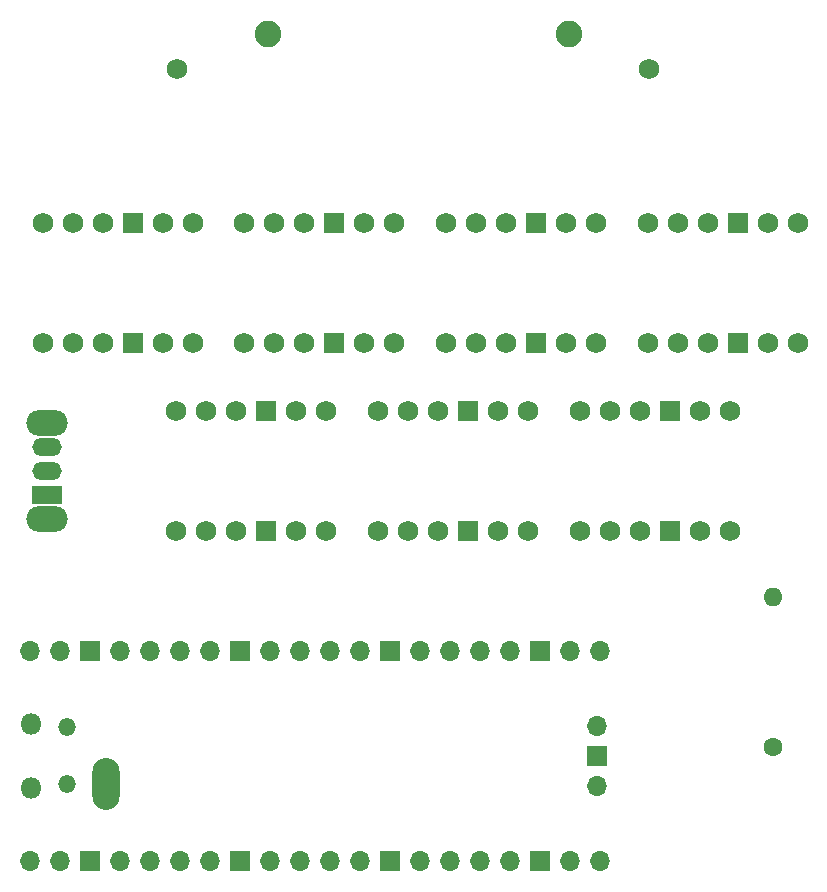
<source format=gbr>
%TF.GenerationSoftware,KiCad,Pcbnew,8.0.1*%
%TF.CreationDate,2024-04-15T13:22:49+02:00*%
%TF.ProjectId,shawazu-gb-dumper,73686177-617a-4752-9d67-622d64756d70,rev?*%
%TF.SameCoordinates,Original*%
%TF.FileFunction,Soldermask,Bot*%
%TF.FilePolarity,Negative*%
%FSLAX46Y46*%
G04 Gerber Fmt 4.6, Leading zero omitted, Abs format (unit mm)*
G04 Created by KiCad (PCBNEW 8.0.1) date 2024-04-15 13:22:49*
%MOMM*%
%LPD*%
G01*
G04 APERTURE LIST*
G04 Aperture macros list*
%AMRoundRect*
0 Rectangle with rounded corners*
0 $1 Rounding radius*
0 $2 $3 $4 $5 $6 $7 $8 $9 X,Y pos of 4 corners*
0 Add a 4 corners polygon primitive as box body*
4,1,4,$2,$3,$4,$5,$6,$7,$8,$9,$2,$3,0*
0 Add four circle primitives for the rounded corners*
1,1,$1+$1,$2,$3*
1,1,$1+$1,$4,$5*
1,1,$1+$1,$6,$7*
1,1,$1+$1,$8,$9*
0 Add four rect primitives between the rounded corners*
20,1,$1+$1,$2,$3,$4,$5,0*
20,1,$1+$1,$4,$5,$6,$7,0*
20,1,$1+$1,$6,$7,$8,$9,0*
20,1,$1+$1,$8,$9,$2,$3,0*%
G04 Aperture macros list end*
%ADD10C,1.750000*%
%ADD11C,2.250000*%
%ADD12RoundRect,0.102000X0.762000X-0.762000X0.762000X0.762000X-0.762000X0.762000X-0.762000X-0.762000X0*%
%ADD13C,1.728000*%
%ADD14O,2.300000X4.400000*%
%ADD15O,1.800000X1.800000*%
%ADD16O,1.500000X1.500000*%
%ADD17O,1.700000X1.700000*%
%ADD18R,1.700000X1.700000*%
%ADD19C,1.600000*%
%ADD20O,1.600000X1.600000*%
%ADD21O,3.500000X2.200000*%
%ADD22R,2.500000X1.500000*%
%ADD23O,2.500000X1.500000*%
G04 APERTURE END LIST*
D10*
%TO.C,J1*%
X159500000Y-41500000D03*
D11*
X152750000Y-38500000D03*
X127250000Y-38500000D03*
D10*
X119500000Y-41500000D03*
%TD*%
D12*
%TO.C,U1*%
X115770000Y-54500000D03*
X115770000Y-64660000D03*
D13*
X113230000Y-54500000D03*
X108150000Y-54500000D03*
X110690000Y-54500000D03*
X118310000Y-54500000D03*
X120850000Y-54500000D03*
X113230000Y-64660000D03*
X108150000Y-64660000D03*
X110690000Y-64660000D03*
X118310000Y-64660000D03*
X120850000Y-64660000D03*
%TD*%
D12*
%TO.C,U4*%
X167000000Y-54500000D03*
X167000000Y-64660000D03*
D13*
X164460000Y-54500000D03*
X159380000Y-54500000D03*
X161920000Y-54500000D03*
X169540000Y-54500000D03*
X172080000Y-54500000D03*
X164460000Y-64660000D03*
X159380000Y-64660000D03*
X161920000Y-64660000D03*
X169540000Y-64660000D03*
X172080000Y-64660000D03*
%TD*%
D14*
%TO.C,TP4*%
X113500000Y-102000000D03*
%TD*%
D12*
%TO.C,U3*%
X149923332Y-54500000D03*
X149923332Y-64660000D03*
D13*
X147383332Y-54500000D03*
X142303332Y-54500000D03*
X144843332Y-54500000D03*
X152463332Y-54500000D03*
X155003332Y-54500000D03*
X147383332Y-64660000D03*
X142303332Y-64660000D03*
X144843332Y-64660000D03*
X152463332Y-64660000D03*
X155003332Y-64660000D03*
%TD*%
D12*
%TO.C,U2*%
X132846666Y-54500000D03*
X132846666Y-64660000D03*
D13*
X130306666Y-54500000D03*
X125226666Y-54500000D03*
X127766666Y-54500000D03*
X135386666Y-54500000D03*
X137926666Y-54500000D03*
X130306666Y-64660000D03*
X125226666Y-64660000D03*
X127766666Y-64660000D03*
X135386666Y-64660000D03*
X137926666Y-64660000D03*
%TD*%
D12*
%TO.C,U6*%
X144175000Y-70420000D03*
X144175000Y-80580000D03*
D13*
X141635000Y-70420000D03*
X136555000Y-70420000D03*
X139095000Y-70420000D03*
X146715000Y-70420000D03*
X149255000Y-70420000D03*
X141635000Y-80580000D03*
X136555000Y-80580000D03*
X139095000Y-80580000D03*
X146715000Y-80580000D03*
X149255000Y-80580000D03*
%TD*%
D15*
%TO.C,U8*%
X107190000Y-102335000D03*
D16*
X110220000Y-102035000D03*
X110220000Y-97185000D03*
D15*
X107190000Y-96885000D03*
D17*
X107060000Y-108500000D03*
X109600000Y-108500000D03*
D18*
X112140000Y-108500000D03*
D17*
X114680000Y-108500000D03*
X117220000Y-108500000D03*
X119760000Y-108500000D03*
X122300000Y-108500000D03*
D18*
X124840000Y-108500000D03*
D17*
X127380000Y-108500000D03*
X129920000Y-108500000D03*
X132460000Y-108500000D03*
X135000000Y-108500000D03*
D18*
X137540000Y-108500000D03*
D17*
X140080000Y-108500000D03*
X142620000Y-108500000D03*
X145160000Y-108500000D03*
X147700000Y-108500000D03*
D18*
X150240000Y-108500000D03*
D17*
X152780000Y-108500000D03*
X155320000Y-108500000D03*
X155320000Y-90720000D03*
X152780000Y-90720000D03*
D18*
X150240000Y-90720000D03*
D17*
X147700000Y-90720000D03*
X145160000Y-90720000D03*
X142620000Y-90720000D03*
X140080000Y-90720000D03*
D18*
X137540000Y-90720000D03*
D17*
X135000000Y-90720000D03*
X132460000Y-90720000D03*
X129920000Y-90720000D03*
X127380000Y-90720000D03*
D18*
X124840000Y-90720000D03*
D17*
X122300000Y-90720000D03*
X119760000Y-90720000D03*
X117220000Y-90720000D03*
X114680000Y-90720000D03*
D18*
X112140000Y-90720000D03*
D17*
X109600000Y-90720000D03*
X107060000Y-90720000D03*
X155090000Y-102150000D03*
D18*
X155090000Y-99610000D03*
D17*
X155090000Y-97070000D03*
%TD*%
D19*
%TO.C,10 k\u03A9*%
X170000000Y-98850000D03*
D20*
X170000000Y-86150000D03*
%TD*%
D21*
%TO.C,SW1*%
X108500000Y-79600000D03*
X108500000Y-71400000D03*
D22*
X108500000Y-77500000D03*
D23*
X108500000Y-75500000D03*
X108500000Y-73500000D03*
%TD*%
D12*
%TO.C,U7*%
X161270000Y-70420000D03*
X161270000Y-80580000D03*
D13*
X158730000Y-70420000D03*
X153650000Y-70420000D03*
X156190000Y-70420000D03*
X163810000Y-70420000D03*
X166350000Y-70420000D03*
X158730000Y-80580000D03*
X153650000Y-80580000D03*
X156190000Y-80580000D03*
X163810000Y-80580000D03*
X166350000Y-80580000D03*
%TD*%
D12*
%TO.C,U5*%
X127080000Y-70420000D03*
X127080000Y-80580000D03*
D13*
X124540000Y-70420000D03*
X119460000Y-70420000D03*
X122000000Y-70420000D03*
X129620000Y-70420000D03*
X132160000Y-70420000D03*
X124540000Y-80580000D03*
X119460000Y-80580000D03*
X122000000Y-80580000D03*
X129620000Y-80580000D03*
X132160000Y-80580000D03*
%TD*%
M02*

</source>
